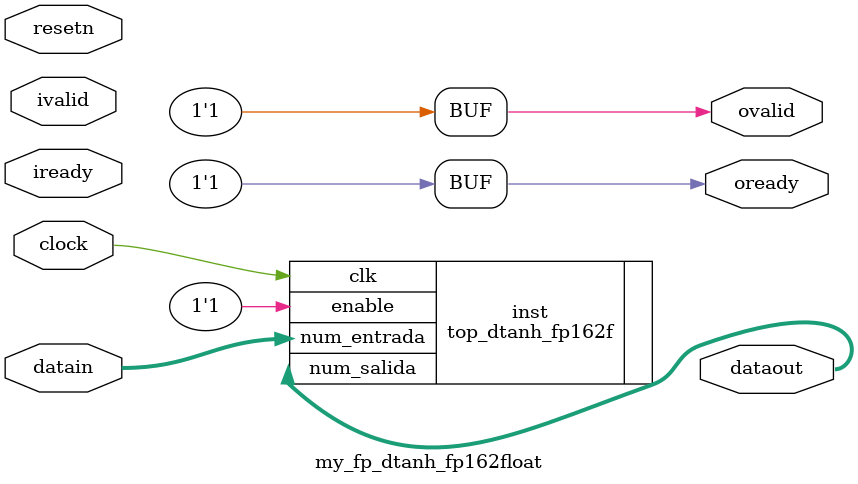
<source format=v>
`timescale 1 ps / 1 ps
module my_fp_dtanh_fp162float (

	input   clock,
	input   resetn,
	input   ivalid, 
	input   iready,
	output  ovalid, 
	output  oready,
	input   [15:0]  datain,
	output  [31:0]  dataout);
	
	
  assign ovalid = 1'b1;
  assign oready = 1'b1;
  // ivalid, iready, resetn are ignored
  

	top_dtanh_fp162f	inst(
				.clk(clock),
				.enable(1'b1),
				.num_entrada(datain),
				.num_salida(dataout));

endmodule

</source>
